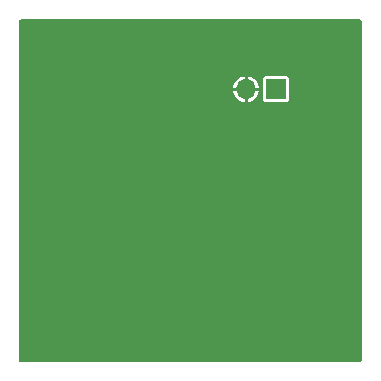
<source format=gbr>
%TF.GenerationSoftware,KiCad,Pcbnew,7.0.1*%
%TF.CreationDate,2024-04-06T20:55:59+09:00*%
%TF.ProjectId,Example,4578616d-706c-4652-9e6b-696361645f70,rev?*%
%TF.SameCoordinates,Original*%
%TF.FileFunction,Copper,L2,Bot*%
%TF.FilePolarity,Positive*%
%FSLAX46Y46*%
G04 Gerber Fmt 4.6, Leading zero omitted, Abs format (unit mm)*
G04 Created by KiCad (PCBNEW 7.0.1) date 2024-04-06 20:55:59*
%MOMM*%
%LPD*%
G01*
G04 APERTURE LIST*
%TA.AperFunction,ComponentPad*%
%ADD10R,1.700000X1.700000*%
%TD*%
%TA.AperFunction,ComponentPad*%
%ADD11O,1.700000X1.700000*%
%TD*%
G04 APERTURE END LIST*
D10*
%TO.P,J1,1,Pin_1*%
%TO.N,+5V*%
X22275000Y-6400000D03*
D11*
%TO.P,J1,2,Pin_2*%
%TO.N,GND*%
X19735000Y-6400000D03*
%TD*%
%TA.AperFunction,Conductor*%
%TO.N,GND*%
G36*
X29437500Y-517113D02*
G01*
X29482887Y-562500D01*
X29499500Y-624500D01*
X29499500Y-29375500D01*
X29482887Y-29437500D01*
X29437500Y-29482887D01*
X29375500Y-29499500D01*
X624500Y-29499500D01*
X562500Y-29482887D01*
X517113Y-29437500D01*
X500500Y-29375500D01*
X500500Y-6525000D01*
X18641870Y-6525000D01*
X18649096Y-6602992D01*
X18704885Y-6799068D01*
X18795751Y-6981553D01*
X18918607Y-7144241D01*
X19069259Y-7281578D01*
X19242588Y-7388899D01*
X19432679Y-7462540D01*
X19610000Y-7495687D01*
X19610000Y-6525000D01*
X19860000Y-6525000D01*
X19860000Y-7495687D01*
X20037320Y-7462540D01*
X20227411Y-7388899D01*
X20400740Y-7281578D01*
X20408312Y-7274675D01*
X21174500Y-7274675D01*
X21189033Y-7347738D01*
X21189033Y-7347739D01*
X21189034Y-7347740D01*
X21244399Y-7430601D01*
X21327260Y-7485966D01*
X21363792Y-7493232D01*
X21400325Y-7500500D01*
X21400326Y-7500500D01*
X23149674Y-7500500D01*
X23149675Y-7500500D01*
X23174029Y-7495655D01*
X23222740Y-7485966D01*
X23305601Y-7430601D01*
X23360966Y-7347740D01*
X23375500Y-7274674D01*
X23375500Y-5525326D01*
X23374126Y-5518421D01*
X23360966Y-5452261D01*
X23360966Y-5452260D01*
X23305601Y-5369399D01*
X23222740Y-5314034D01*
X23222739Y-5314033D01*
X23222738Y-5314033D01*
X23149675Y-5299500D01*
X23149674Y-5299500D01*
X21400326Y-5299500D01*
X21400325Y-5299500D01*
X21327261Y-5314033D01*
X21244399Y-5369399D01*
X21189033Y-5452261D01*
X21174500Y-5525325D01*
X21174500Y-7274675D01*
X20408312Y-7274675D01*
X20551392Y-7144241D01*
X20674248Y-6981553D01*
X20765114Y-6799068D01*
X20820903Y-6602992D01*
X20828130Y-6525000D01*
X19860000Y-6525000D01*
X19610000Y-6525000D01*
X18641870Y-6525000D01*
X500500Y-6525000D01*
X500500Y-6274999D01*
X18641869Y-6274999D01*
X18641870Y-6275000D01*
X19610000Y-6275000D01*
X19610000Y-5304312D01*
X19859999Y-5304312D01*
X19860000Y-5304313D01*
X19860000Y-6275000D01*
X20828130Y-6275000D01*
X20828130Y-6274999D01*
X20820903Y-6197007D01*
X20765114Y-6000931D01*
X20674248Y-5818446D01*
X20551392Y-5655758D01*
X20400740Y-5518421D01*
X20227411Y-5411100D01*
X20037320Y-5337459D01*
X19859999Y-5304312D01*
X19610000Y-5304312D01*
X19432679Y-5337459D01*
X19242588Y-5411100D01*
X19069259Y-5518421D01*
X18918607Y-5655758D01*
X18795751Y-5818446D01*
X18704885Y-6000931D01*
X18649096Y-6197007D01*
X18641869Y-6274999D01*
X500500Y-6274999D01*
X500500Y-624500D01*
X517113Y-562500D01*
X562500Y-517113D01*
X624500Y-500500D01*
X29375500Y-500500D01*
X29437500Y-517113D01*
G37*
%TD.AperFunction*%
%TD*%
M02*

</source>
